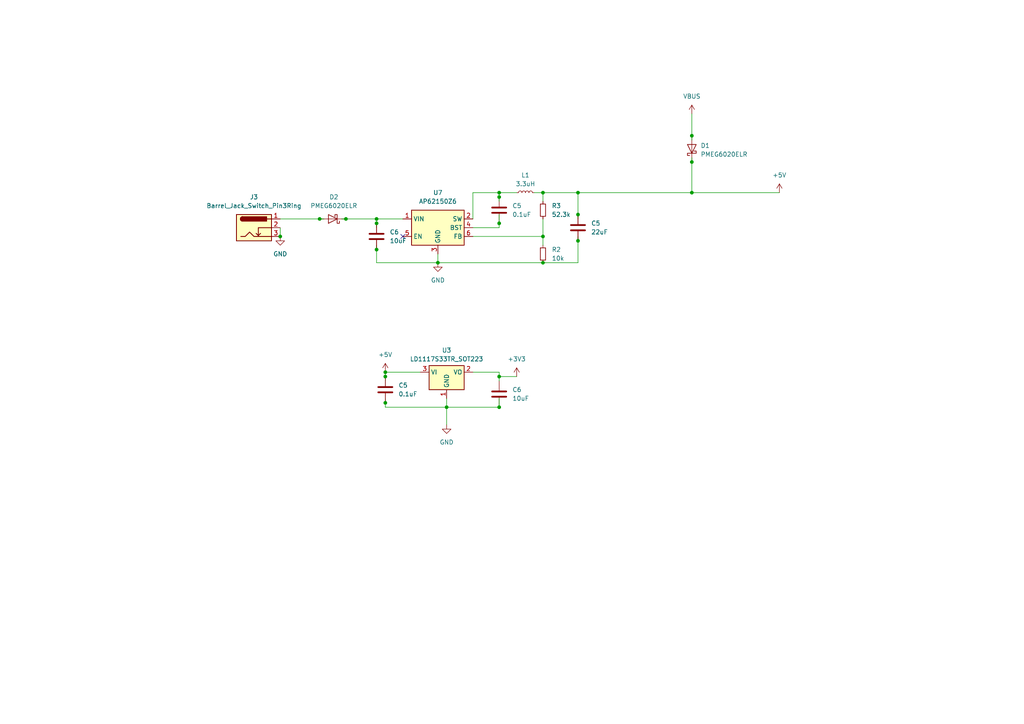
<source format=kicad_sch>
(kicad_sch (version 20230121) (generator eeschema)
  (paper "A4")
  (lib_symbols
    (symbol "Connector:Barrel_Jack_Switch_Pin3Ring" (pin_names hide)
      (property "Reference" "J" (at 0 5.334 0))
      (property "Value" "Barrel_Jack_Switch_Pin3Ring" (at 0 -5.08 0))
      (symbol "Barrel_Jack_Switch_Pin3Ring_0_1"
        (rectangle (start -5.08 3.81) (end 5.08 -3.81) (stroke (width 0.254)) (fill (type background)))
        (arc (start -3.302 3.175) (mid -3.9343 2.54) (end -3.302 1.905) (stroke (width 0.254)))
        (arc (start -3.302 3.175) (mid -3.9343 2.54) (end -3.302 1.905) (stroke (width 0.254)) (fill (type outline)))
        (polyline (pts (xy 1.27 -2.286) (xy 1.905 -1.651)) (stroke (width 0.254)))
        (polyline (pts (xy 5.08 2.54) (xy 3.81 2.54)) (stroke (width 0.254)))
        (polyline (pts (xy 5.08 0) (xy 1.27 0) (xy 1.27 -2.286) (xy 0.635 -1.651)) (stroke (width 0.254)))
        (polyline (pts (xy -3.81 -2.54) (xy -2.54 -2.54) (xy -1.27 -1.27) (xy 0 -2.54) (xy 2.54 -2.54) (xy 5.08 -2.54)) (stroke (width 0.254)))
        (rectangle (start 3.683 3.175) (end -3.302 1.905) (stroke (width 0.254)) (fill (type outline)))
      )
      (symbol "Barrel_Jack_Switch_Pin3Ring_1_1"
        (pin passive line (at 7.62 2.54 180) (length 2.54) (name "~") (number "1"))
        (pin passive line (at 7.62 0 180) (length 2.54) (name "~") (number "2"))
        (pin passive line (at 7.62 -2.54 180) (length 2.54) (name "~") (number "3"))
      )
    )
    (symbol "Device:C" (pin_numbers hide) (pin_names (offset 0.254))
      (property "Reference" "C" (at 0.635 2.54 0))
      (property "Value" "C" (at 0.635 -2.54 0))
      (symbol "C_0_1"
        (polyline (pts (xy -2.032 -0.762) (xy 2.032 -0.762)) (stroke (width 0.508)))
        (polyline (pts (xy -2.032 0.762) (xy 2.032 0.762)) (stroke (width 0.508)))
      )
      (symbol "C_1_1"
        (pin passive line (at 0 3.81 270) (length 2.794) (name "~") (number "1"))
        (pin passive line (at 0 -3.81 90) (length 2.794) (name "~") (number "2"))
      )
    )
    (symbol "Device:L_Small" (pin_numbers hide) (pin_names (offset 0.254) hide)
      (property "Reference" "L" (at 0.762 1.016 0))
      (property "Value" "L_Small" (at 0.762 -1.016 0))
      (symbol "L_Small_0_1"
        (arc (start 0 -2.032) (mid 0.5058 -1.524) (end 0 -1.016))
        (arc (start 0 -1.016) (mid 0.5058 -0.508) (end 0 0))
        (arc (start 0 0) (mid 0.5058 0.508) (end 0 1.016))
        (arc (start 0 1.016) (mid 0.5058 1.524) (end 0 2.032))
      )
      (symbol "L_Small_1_1"
        (pin passive line (at 0 2.54 270) (length 0.508) (name "~") (number "1"))
        (pin passive line (at 0 -2.54 90) (length 0.508) (name "~") (number "2"))
      )
    )
    (symbol "Device:R_Small" (pin_numbers hide) (pin_names (offset 0.254) hide)
      (property "Reference" "R" (at 0.762 0.508 0))
      (property "Value" "R_Small" (at 0.762 -1.016 0))
      (symbol "R_Small_0_1"
        (rectangle (start -0.762 1.778) (end 0.762 -1.778) (stroke (width 0.2032)))
      )
      (symbol "R_Small_1_1"
        (pin passive line (at 0 2.54 270) (length 0.762) (name "~") (number "1"))
        (pin passive line (at 0 -2.54 90) (length 0.762) (name "~") (number "2"))
      )
    )
    (symbol "Diode:PMEG6020ELR" (pin_numbers hide) (pin_names hide)
      (property "Reference" "D" (at 0 2.54 0))
      (property "Value" "PMEG6020ELR" (at 0 -2.54 0))
      (symbol "PMEG6020ELR_0_1"
        (polyline (pts (xy 1.27 0) (xy -1.27 0)))
        (polyline (pts (xy 1.27 1.27) (xy 1.27 -1.27) (xy -1.27 0) (xy 1.27 1.27)) (stroke (width 0.2032)))
        (polyline (pts (xy -1.905 0.635) (xy -1.905 1.27) (xy -1.27 1.27) (xy -1.27 -1.27) (xy -0.635 -1.27) (xy -0.635 -0.635)) (stroke (width 0.2032)))
      )
      (symbol "PMEG6020ELR_1_1"
        (pin passive line (at -3.81 0 0) (length 2.54) (name "K") (number "1"))
        (pin passive line (at 3.81 0 180) (length 2.54) (name "A") (number "2"))
      )
    )
    (symbol "Regulator_Linear:LD1117S33TR_SOT223"
      (property "Reference" "U" (at -3.81 3.175 0))
      (property "Value" "LD1117S33TR_SOT223" (at 0 3.175 0))
      (symbol "LD1117S33TR_SOT223_0_1"
        (rectangle (start -5.08 -5.08) (end 5.08 1.905) (stroke (width 0.254)) (fill (type background)))
      )
      (symbol "LD1117S33TR_SOT223_1_1"
        (pin power_in line (at 0 -7.62 90) (length 2.54) (name "GND") (number "1"))
        (pin power_out line (at 7.62 0 180) (length 2.54) (name "VO") (number "2"))
        (pin power_in line (at -7.62 0 0) (length 2.54) (name "VI") (number "3"))
      )
    )
    (symbol "Regulator_Switching:AP62150Z6"
      (property "Reference" "U" (at -7.62 6.35 0))
      (property "Value" "AP62150Z6" (at 6.35 -6.35 0))
      (symbol "AP62150Z6_0_1"
        (rectangle (start -7.62 5.08) (end 7.62 -5.08) (stroke (width 0.254)) (fill (type background)))
      )
      (symbol "AP62150Z6_1_1"
        (pin power_in line (at -10.16 2.54 0) (length 2.54) (name "VIN") (number "1"))
        (pin output line (at 10.16 2.54 180) (length 2.54) (name "SW") (number "2"))
        (pin power_in line (at 0 -7.62 90) (length 2.54) (name "GND") (number "3"))
        (pin passive line (at 10.16 0 180) (length 2.54) (name "BST") (number "4"))
        (pin input line (at -10.16 -2.54 0) (length 2.54) (name "EN") (number "5"))
        (pin input line (at 10.16 -2.54 180) (length 2.54) (name "FB") (number "6"))
      )
    )
    (symbol "power:+3V3" (power) (pin_names (offset 0))
      (property "Value" "+3V3" (at 0 3.556 0))
      (symbol "+3V3_0_1"
        (polyline (pts (xy -0.762 1.27) (xy 0 2.54)))
        (polyline (pts (xy 0 0) (xy 0 2.54)))
        (polyline (pts (xy 0 2.54) (xy 0.762 1.27)))
      )
      (symbol "+3V3_1_1"
        (pin power_in line (at 0 0 90) (length 0) hide (name "+3V3") (number "1"))
      )
    )
    (symbol "power:+5V" (power) (pin_names (offset 0))
      (property "Value" "+5V" (at 0 3.556 0))
      (symbol "+5V_0_1"
        (polyline (pts (xy -0.762 1.27) (xy 0 2.54)))
        (polyline (pts (xy 0 0) (xy 0 2.54)))
        (polyline (pts (xy 0 2.54) (xy 0.762 1.27)))
      )
      (symbol "+5V_1_1"
        (pin power_in line (at 0 0 90) (length 0) hide (name "+5V") (number "1"))
      )
    )
    (symbol "power:GND" (power) (pin_names (offset 0))
      (property "Value" "GND" (at 0 -3.81 0))
      (symbol "GND_0_1"
        (polyline (pts (xy 0 0) (xy 0 -1.27) (xy 1.27 -1.27) (xy 0 -2.54) (xy -1.27 -1.27) (xy 0 -1.27)))
      )
      (symbol "GND_1_1"
        (pin power_in line (at 0 0 270) (length 0) hide (name "GND") (number "1"))
      )
    )
    (symbol "power:VBUS" (power) (pin_names (offset 0))
      (property "Value" "VBUS" (at 0 3.81 0))
      (symbol "VBUS_0_1"
        (polyline (pts (xy -0.762 1.27) (xy 0 2.54)))
        (polyline (pts (xy 0 0) (xy 0 2.54)))
        (polyline (pts (xy 0 2.54) (xy 0.762 1.27)))
      )
      (symbol "VBUS_1_1"
        (pin power_in line (at 0 0 90) (length 0) hide (name "VBUS") (number "1"))
      )
    )
  )
  (junction (at 167.64 55.88))
  (junction (at 144.78 109.22))
  (junction (at 144.78 55.88))
  (junction (at 167.64 62.23))
  (junction (at 111.76 109.22))
  (junction (at 144.78 64.77))
  (junction (at 81.28 68.58))
  (junction (at 127 76.2))
  (junction (at 111.76 116.84))
  (junction (at 167.64 69.85))
  (junction (at 100.33 63.5))
  (junction (at 157.48 76.2))
  (junction (at 144.78 57.15))
  (junction (at 200.66 46.99))
  (junction (at 157.48 68.58))
  (junction (at 109.22 72.39))
  (junction (at 157.48 55.88))
  (junction (at 200.66 39.37))
  (junction (at 144.78 118.11))
  (junction (at 109.22 63.5))
  (junction (at 129.54 118.11))
  (junction (at 200.66 55.88))
  (junction (at 92.71 63.5))
  (junction (at 109.22 64.77))
  (junction (at 111.76 107.95))
  (no_connect (at 116.84 68.58))
  (wire (pts (xy 109.22 63.5) (xy 116.84 63.5)))
  (wire (pts (xy 200.66 33.02) (xy 200.66 39.37)))
  (wire (pts (xy 109.22 64.77) (xy 109.22 66.04)))
  (wire (pts (xy 157.48 55.88) (xy 157.48 58.42)))
  (wire (pts (xy 92.71 63.5) (xy 93.98 63.5)))
  (wire (pts (xy 167.64 55.88) (xy 167.64 62.23)))
  (wire (pts (xy 109.22 72.39) (xy 109.22 76.2)))
  (wire (pts (xy 157.48 76.2) (xy 127 76.2)))
  (wire (pts (xy 157.48 55.88) (xy 167.64 55.88)))
  (wire (pts (xy 100.33 63.5) (xy 109.22 63.5)))
  (wire (pts (xy 111.76 107.95) (xy 121.92 107.95)))
  (wire (pts (xy 137.16 68.58) (xy 157.48 68.58)))
  (wire (pts (xy 144.78 115.57) (xy 144.78 118.11)))
  (wire (pts (xy 144.78 55.88) (xy 144.78 57.15)))
  (wire (pts (xy 111.76 115.57) (xy 111.76 116.84)))
  (wire (pts (xy 129.54 118.11) (xy 144.78 118.11)))
  (wire (pts (xy 144.78 109.22) (xy 149.86 109.22)))
  (wire (pts (xy 109.22 76.2) (xy 127 76.2)))
  (wire (pts (xy 81.28 66.04) (xy 81.28 68.58)))
  (wire (pts (xy 137.16 66.04) (xy 144.78 66.04)))
  (wire (pts (xy 144.78 57.15) (xy 144.78 58.42)))
  (wire (pts (xy 144.78 64.77) (xy 144.78 66.04)))
  (wire (pts (xy 109.22 71.12) (xy 109.22 72.39)))
  (wire (pts (xy 137.16 55.88) (xy 144.78 55.88)))
  (wire (pts (xy 144.78 55.88) (xy 149.86 55.88)))
  (wire (pts (xy 157.48 63.5) (xy 157.48 68.58)))
  (wire (pts (xy 200.66 46.99) (xy 200.66 55.88)))
  (wire (pts (xy 111.76 109.22) (xy 111.76 110.49)))
  (wire (pts (xy 144.78 107.95) (xy 144.78 109.22)))
  (wire (pts (xy 137.16 63.5) (xy 137.16 55.88)))
  (wire (pts (xy 81.28 63.5) (xy 92.71 63.5)))
  (wire (pts (xy 129.54 115.57) (xy 129.54 118.11)))
  (wire (pts (xy 144.78 109.22) (xy 144.78 110.49)))
  (wire (pts (xy 127 73.66) (xy 127 76.2)))
  (wire (pts (xy 111.76 118.11) (xy 129.54 118.11)))
  (wire (pts (xy 167.64 55.88) (xy 200.66 55.88)))
  (wire (pts (xy 200.66 39.37) (xy 200.66 40.64)))
  (wire (pts (xy 167.64 76.2) (xy 157.48 76.2)))
  (wire (pts (xy 144.78 62.23) (xy 144.78 64.77)))
  (wire (pts (xy 109.22 63.5) (xy 109.22 64.77)))
  (wire (pts (xy 200.66 45.72) (xy 200.66 46.99)))
  (wire (pts (xy 129.54 118.11) (xy 129.54 123.19)))
  (wire (pts (xy 157.48 68.58) (xy 157.48 71.12)))
  (wire (pts (xy 137.16 107.95) (xy 144.78 107.95)))
  (wire (pts (xy 200.66 55.88) (xy 226.06 55.88)))
  (wire (pts (xy 99.06 63.5) (xy 100.33 63.5)))
  (wire (pts (xy 167.64 62.23) (xy 167.64 63.5)))
  (wire (pts (xy 167.64 69.85) (xy 167.64 76.2)))
  (wire (pts (xy 111.76 116.84) (xy 111.76 118.11)))
  (wire (pts (xy 167.64 68.58) (xy 167.64 69.85)))
  (wire (pts (xy 111.76 107.95) (xy 111.76 109.22)))
  (wire (pts (xy 154.94 55.88) (xy 157.48 55.88)))
  (symbol (lib_id "Connector:Barrel_Jack_Switch_Pin3Ring") (at 73.66 66.04 0) (unit 1)
    (property "Reference" "J3" (at 73.66 57.15 0))
    (property "Value" "Barrel_Jack_Switch_Pin3Ring" (at 73.66 59.69 0))
  )
  (symbol (lib_id "Device:R_Small") (at 157.48 73.66 0) (unit 1)
    (property "Reference" "R2" (at 160.02 72.39 0) (effects (justify left)))
    (property "Value" "10k" (at 160.02 74.93 0) (effects (justify left)))
  )
  (symbol (lib_id "power:GND") (at 81.28 68.58 0) (unit 1)
    (property "Reference" "#PWR07" (effects hide))
    (property "Value" "GND" (at 81.28 73.66 0))
    (instances (project "pv_router" (path "" (reference "#PWR07") (unit 1)) (path "" (reference "#PWR06") (unit 1))))
  )
  (symbol (lib_id "Regulator_Switching:AP62150Z6") (at 127 66.04 0) (unit 1)
    (property "Reference" "U7" (at 127 55.88 0))
    (property "Value" "AP62150Z6" (at 127 58.42 0))
    (property "Footprint" "Package_TO_SOT_SMD:SOT-563" (effects hide))
    (property "Datasheet" "https://www.diodes.com/assets/Datasheets/AP62150.pdf" (effects hide))
  )
  (symbol (lib_id "power:GND") (at 129.54 123.19 0) (unit 1)
    (property "Reference" "#PWR05" (effects hide))
    (property "Value" "GND" (at 129.54 128.27 0))
  )
  (symbol (lib_id "Regulator_Linear:LD1117S33TR_SOT223") (at 129.54 107.95 0) (unit 1)
    (property "Reference" "U3" (at 129.54 101.6 0))
    (property "Value" "LD1117S33TR_SOT223" (at 129.54 104.14 0))
    (property "Footprint" "Package_TO_SOT_SMD:SOT-223-3_TabPin2" (effects hide))
    (property "Datasheet" "http://www.st.com/st-web-ui/static/active/en/resource/technical/document/datasheet/CD00000544.pdf" (effects hide))
  )
  (symbol (lib_id "power:GND") (at 127 76.2 0) (unit 1)
    (property "Reference" "#PWR05" (effects hide))
    (property "Value" "GND" (at 127 81.28 0))
    (instances (project "pv_router" (path "" (reference "#PWR05") (unit 1)) (path "" (reference "#PWR08") (unit 1))))
  )
  (symbol (lib_id "Diode:PMEG6020ELR") (at 96.52 63.5 180) (unit 1)
    (property "Reference" "D2" (at 96.8375 57.15 0))
    (property "Value" "PMEG6020ELR" (at 96.8375 59.69 0))
    (property "Footprint" "Diode_SMD:Nexperia_CFP3_SOD-123W" (effects hide))
    (property "Datasheet" "https://assets.nexperia.com/documents/data-sheet/PMEG6020ELR.pdf" (effects hide))
  )
  (symbol (lib_id "Device:R_Small") (at 157.48 60.96 0) (unit 1)
    (property "Reference" "R3" (at 160.02 59.69 0) (effects (justify left)))
    (property "Value" "52.3k" (at 160.02 62.23 0) (effects (justify left)))
  )
  (symbol (lib_id "Diode:PMEG6020ELR") (at 200.66 43.18 90) (unit 1)
    (property "Reference" "D1" (at 203.2 42.2275 90) (effects (justify right)))
    (property "Value" "PMEG6020ELR" (at 203.2 44.7675 90) (effects (justify right)))
    (property "Footprint" "Diode_SMD:Nexperia_CFP3_SOD-123W" (effects hide))
    (property "Datasheet" "https://assets.nexperia.com/documents/data-sheet/PMEG6020ELR.pdf" (effects hide))
  )
  (symbol (lib_id "Device:C") (at 144.78 60.96 0) (unit 1)
    (property "Reference" "C5" (at 148.59 59.69 0) (effects (justify left)))
    (property "Value" "0.1uF" (at 148.59 62.23 0) (effects (justify left)))
    (instances (project "pv_router" (path "" (reference "C5") (unit 1)) (path "" (reference "C8") (unit 1))))
  )
  (symbol (lib_id "power:+5V") (at 111.76 107.95 0) (unit 1)
    (property "Reference" "#PWR?" (effects hide))
    (property "Value" "+5V" (at 111.76 102.87 0))
    (instances (project "pv_router" (path "" (reference "#PWR?") (unit 1)) (path "" (reference "#PWR07") (unit 1))))
  )
  (symbol (lib_id "power:VBUS") (at 200.66 33.02 0) (unit 1)
    (property "Reference" "#PWR013" (effects hide))
    (property "Value" "VBUS" (at 200.66 27.94 0))
  )
  (symbol (lib_id "Device:C") (at 109.22 68.58 0) (unit 1)
    (property "Reference" "C6" (at 113.03 67.31 0) (effects (justify left)))
    (property "Value" "10uF" (at 113.03 69.85 0) (effects (justify left)))
  )
  (symbol (lib_id "Device:C") (at 144.78 114.3 0) (unit 1)
    (property "Reference" "C6" (at 148.59 113.03 0) (effects (justify left)))
    (property "Value" "10uF" (at 148.59 115.57 0) (effects (justify left)))
    (instances (project "pv_router" (path "" (reference "C6") (unit 1)) (path "" (reference "C7") (unit 1))))
  )
  (symbol (lib_id "power:+5V") (at 226.06 55.88 0) (unit 1)
    (property "Reference" "#PWR010" (effects hide))
    (property "Value" "+5V" (at 226.06 50.8 0))
  )
  (symbol (lib_id "Device:C") (at 167.64 66.04 0) (unit 1)
    (property "Reference" "C5" (at 171.45 64.77 0) (effects (justify left)))
    (property "Value" "22uF" (at 171.45 67.31 0) (effects (justify left)))
    (instances (project "pv_router" (path "" (reference "C5") (unit 1)) (path "" (reference "C9") (unit 1))))
  )
  (symbol (lib_id "power:+3V3") (at 149.86 109.22 0) (unit 1)
    (property "Reference" "#PWR06" (effects hide))
    (property "Value" "+3V3" (at 149.86 104.14 0))
    (instances (project "pv_router" (path "" (reference "#PWR06") (unit 1)) (path "" (reference "#PWR09") (unit 1))))
  )
  (symbol (lib_id "Device:C") (at 111.76 113.03 0) (unit 1)
    (property "Reference" "C5" (at 115.57 111.76 0) (effects (justify left)))
    (property "Value" "0.1uF" (at 115.57 114.3 0) (effects (justify left)))
  )
  (symbol (lib_id "Device:L_Small") (at 152.4 55.88 90) (unit 1)
    (property "Reference" "L1" (at 152.4 50.8 90))
    (property "Value" "3.3uH" (at 152.4 53.34 90))
  )
)
</source>
